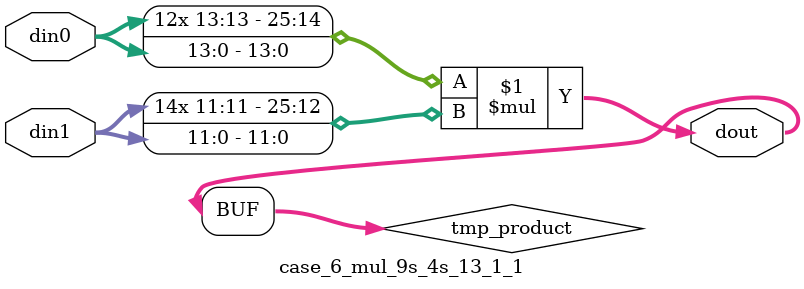
<source format=v>

`timescale 1 ns / 1 ps

 (* use_dsp = "no" *)  module case_6_mul_9s_4s_13_1_1(din0, din1, dout);
parameter ID = 1;
parameter NUM_STAGE = 0;
parameter din0_WIDTH = 14;
parameter din1_WIDTH = 12;
parameter dout_WIDTH = 26;

input [din0_WIDTH - 1 : 0] din0; 
input [din1_WIDTH - 1 : 0] din1; 
output [dout_WIDTH - 1 : 0] dout;

wire signed [dout_WIDTH - 1 : 0] tmp_product;



























assign tmp_product = $signed(din0) * $signed(din1);








assign dout = tmp_product;





















endmodule

</source>
